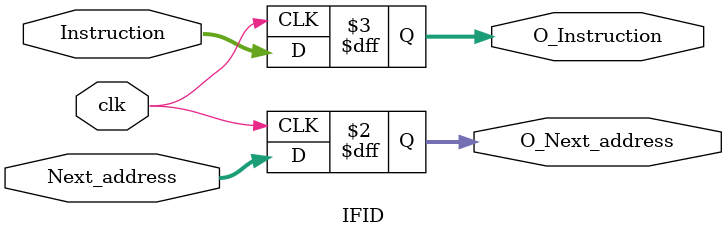
<source format=v>
module IFID(
input clk,
input [31:0]Next_address,
input [31:0]Instruction,
output reg [31:0]O_Next_address,
output reg [31:0]O_Instruction);

always @(posedge clk)
begin
	O_Next_address = Next_address;
        O_Instruction = Instruction;
end

endmodule
</source>
